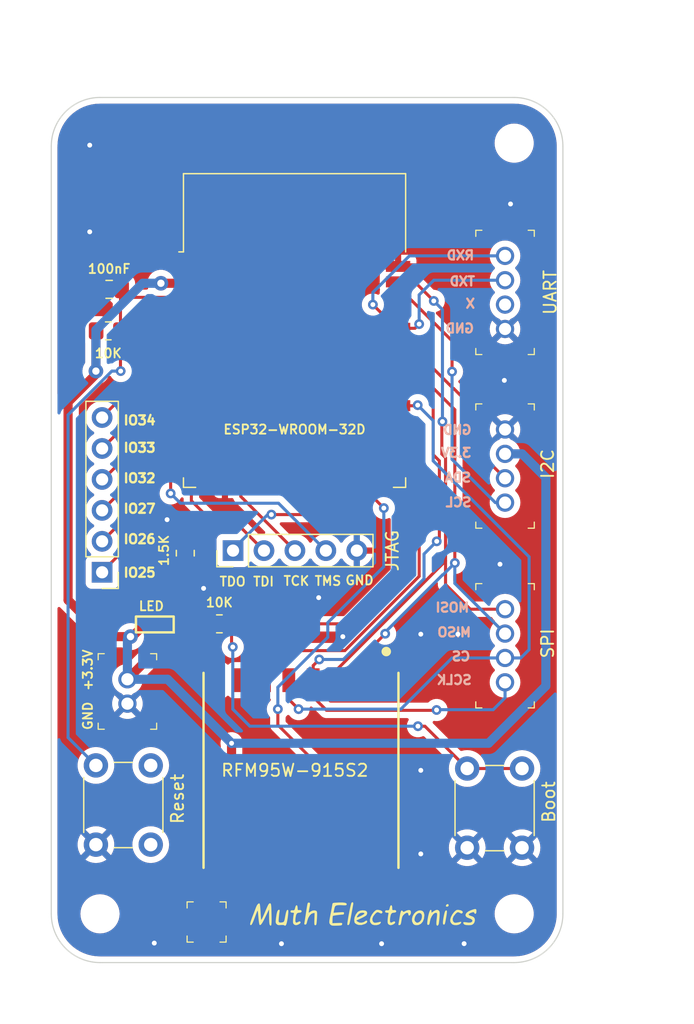
<source format=kicad_pcb>
(kicad_pcb (version 20211014) (generator pcbnew)
  (layers (0 "F.Cu" signal) (31 "B.Cu" signal) (34 "B.Paste" user) (35 "F.Paste" user) (36 "B.SilkS" user "B.Silkscreen") (37 "F.SilkS" user "F.Silkscreen") (38 "B.Mask" user) (39 "F.Mask" user) (44 "Edge.Cuts" user))
  (net 0 "")
  (net 1 "Net-(C1-Pad1)")
  (net 2 "GND")
  (net 3 "Net-(D1-Pad1)")
  (net 4 "+3V3")
  (net 5 "Net-(J1-Pad1)")
  (net 6 "Net-(J1-Pad2)")
  (net 7 "Net-(J1-Pad3)")
  (net 8 "Net-(J1-Pad4)")
  (net 9 "Net-(J1-Pad5)")
  (net 10 "Net-(J1-Pad6)")
  (net 11 "TDO")
  (net 12 "TDI")
  (net 13 "TCK")
  (net 14 "TMS")
  (net 15 "SDA")
  (net 16 "SCL")
  (net 17 "MOSI")
  (net 18 "MISO")
  (net 19 "CS")
  (net 20 "SCLK")
  (net 21 "RXD")
  (net 22 "TXD")
  (net 23 "Net-(R3-Pad2)")
  (net 24 "RESET")
  (net 26 "Net-(J6-Pad2)")
  (net 29 "DIO0")
  (footprint "digikey-footprints:PinHeader_1x4_P2mm_Drill1mm" (layer "F.Cu") (at 139.25 105 90)
    (fp_text reference "J7" hide)
    (fp_text value "UART" (at 3 3.7 90) (layer "F.SilkS"))
    (pad "1" thru_hole circle locked (at 0 0 90) (size 1.5 1.5) (drill 1) (layers *.Cu *.Mask) (net 2 "GND"))
    (pad "2" thru_hole circle locked (at 2 0 90) (size 1.5 1.5) (drill 1) (layers *.Cu *.Mask))
    (pad "3" thru_hole circle locked (at 4 0 90) (size 1.5 1.5) (drill 1) (layers *.Cu *.Mask) (net 22 "TXD"))
    (pad "4" thru_hole circle locked (at 6 0 90) (size 1.5 1.5) (drill 1) (layers *.Cu *.Mask) (net 21 "RXD"))
  )
  (footprint "Resistor_SMD:R_0805_2012Metric_Pad1.20x1.40mm_HandSolder" (layer "F.Cu") (at 113 123.4 90)
    (fp_text reference "R2" hide)
    (fp_text value "1.5K" (at 0.227064 -1.75 90) (layer "F.SilkS") (effects (font (size 0.75 0.75))))
    (pad "1" smd roundrect (at -1 0 90) (size 1.2 1.4) (layers "F.Cu" "F.Paste" "F.Mask") (roundrect_rratio 0.2083333333) (net 3 "Net-(D1-Pad1)"))
    (pad "2" smd roundrect (at 1 0 90) (size 1.2 1.4) (layers "F.Cu" "F.Paste" "F.Mask") (roundrect_rratio 0.2083333333) (net 2 "GND"))
  )
  (footprint "MountingHole:MountingHole_2.2mm_M2" (layer "F.Cu") (at 140 153)
    (fp_text reference "H3" hide)
    (fp_text value "MountingHole" hide)
    (pad "" np_thru_hole circle (at 0 0) (size 2.2 2.2) (drill 2.2) (layers *.Cu *.Mask))
  )
  (footprint "BMuth:LED XZCM2CRK53WA" (layer "F.Cu") (at 110.5 129.25 180)
    (fp_text reference "D1" hide)
    (fp_text value "LED " (at 0 1.5 unlocked) (layer "F.SilkS") (effects (font (size 0.75 0.75))))
    (pad "1" smd rect (at -0.8 0 180) (size 0.8 0.8) (layers "F.Cu" "F.Paste" "F.Mask") (net 3 "Net-(D1-Pad1)"))
    (pad "2" smd rect (at 0.85 0 180) (size 0.8 0.8) (layers "F.Cu" "F.Paste" "F.Mask") (net 4 "+3V3"))
  )
  (footprint "BMuth:SW_PUSH_6.5mm_4.5mm" (layer "F.Cu") (at 105.664 147.32 90)
    (fp_text reference "SW1" hide)
    (fp_text value "Reset" (at 3.75 6.7 90) (layer "F.SilkS"))
    (pad "1" thru_hole circle (at 0 0 180) (size 2 2) (drill 1.1) (layers *.Cu *.Mask) (net 2 "GND"))
    (pad "2" thru_hole circle (at 0 4.5 180) (size 2 2) (drill 1.1) (layers *.Cu *.Mask))
    (pad "3" thru_hole circle (at 6.5 4.5 180) (size 2 2) (drill 1.1) (layers *.Cu *.Mask))
    (pad "4" thru_hole circle (at 6.5 0 180) (size 2 2) (drill 1.1) (layers *.Cu *.Mask) (net 1 "Net-(C1-Pad1)"))
  )
  (footprint "digikey-footprints:PinHeader_1x4_P2mm_Drill1mm" (layer "F.Cu") (at 139.25 119.25 90)
    (fp_text reference "J4" hide)
    (fp_text value "I2C" (at 3.172 3.498 90) (layer "F.SilkS"))
    (pad "1" thru_hole circle locked (at 0 0 90) (size 1.5 1.5) (drill 1) (layers *.Cu *.Mask) (net 16 "SCL"))
    (pad "2" thru_hole circle locked (at 2 0 90) (size 1.5 1.5) (drill 1) (layers *.Cu *.Mask) (net 15 "SDA"))
    (pad "3" thru_hole circle locked (at 4 0 90) (size 1.5 1.5) (drill 1) (layers *.Cu *.Mask) (net 4 "+3V3"))
    (pad "4" thru_hole circle locked (at 6 0 90) (size 1.5 1.5) (drill 1) (layers *.Cu *.Mask) (net 2 "GND"))
  )
  (footprint "RF_Module:ESP32-WROOM-32" (layer "F.Cu") (at 121.9708 108.12)
    (fp_text reference "U2" hide)
    (fp_text value "ESP32-WROOM-32D" (at 0 5.13) (layer "F.SilkS") (effects (font (size 0.75 0.75))))
    (pad "1" smd rect (at -8.5 -8.255) (size 2 0.9) (layers "F.Cu" "F.Paste" "F.Mask") (net 2 "GND"))
    (pad "2" smd rect (at -8.5 -6.985) (size 2 0.9) (layers "F.Cu" "F.Paste" "F.Mask") (net 4 "+3V3"))
    (pad "3" smd rect (at -8.5 -5.715) (size 2 0.9) (layers "F.Cu" "F.Paste" "F.Mask") (net 1 "Net-(C1-Pad1)"))
    (pad "4" smd rect (at -8.5 -4.445) (size 2 0.9) (layers "F.Cu" "F.Paste" "F.Mask"))
    (pad "5" smd rect (at -8.5 -3.175) (size 2 0.9) (layers "F.Cu" "F.Paste" "F.Mask"))
    (pad "6" smd rect (at -8.5 -1.905) (size 2 0.9) (layers "F.Cu" "F.Paste" "F.Mask"))
    (pad "7" smd rect (at -8.5 -0.635) (size 2 0.9) (layers "F.Cu" "F.Paste" "F.Mask") (net 10 "Net-(J1-Pad6)"))
    (pad "8" smd rect (at -8.5 0.635) (size 2 0.9) (layers "F.Cu" "F.Paste" "F.Mask") (net 9 "Net-(J1-Pad5)"))
    (pad "9" smd rect (at -8.5 1.905) (size 2 0.9) (layers "F.Cu" "F.Paste" "F.Mask") (net 8 "Net-(J1-Pad4)"))
    (pad "10" smd rect (at -8.5 3.175) (size 2 0.9) (layers "F.Cu" "F.Paste" "F.Mask") (net 7 "Net-(J1-Pad3)"))
    (pad "11" smd rect (at -8.5 4.445) (size 2 0.9) (layers "F.Cu" "F.Paste" "F.Mask") (net 6 "Net-(J1-Pad2)"))
    (pad "12" smd rect (at -8.5 5.715) (size 2 0.9) (layers "F.Cu" "F.Paste" "F.Mask") (net 5 "Net-(J1-Pad1)"))
    (pad "13" smd rect (at -8.5 6.985) (size 2 0.9) (layers "F.Cu" "F.Paste" "F.Mask") (net 14 "TMS"))
    (pad "14" smd rect (at -8.5 8.255) (size 2 0.9) (layers "F.Cu" "F.Paste" "F.Mask") (net 12 "TDI"))
    (pad "15" smd rect (at -5.715 9.255 90) (size 2 0.9) (layers "F.Cu" "F.Paste" "F.Mask") (net 2 "GND"))
    (pad "16" smd rect (at -4.445 9.255 90) (size 2 0.9) (layers "F.Cu" "F.Paste" "F.Mask") (net 13 "TCK"))
    (pad "17" smd rect (at -3.175 9.255 90) (size 2 0.9) (layers "F.Cu" "F.Paste" "F.Mask"))
    (pad "18" smd rect (at -1.905 9.255 90) (size 2 0.9) (layers "F.Cu" "F.Paste" "F.Mask"))
    (pad "19" smd rect (at -0.635 9.255 90) (size 2 0.9) (layers "F.Cu" "F.Paste" "F.Mask"))
    (pad "20" smd rect (at 0.635 9.255 90) (size 2 0.9) (layers "F.Cu" "F.Paste" "F.Mask"))
    (pad "21" smd rect (at 1.905 9.255 90) (size 2 0.9) (layers "F.Cu" "F.Paste" "F.Mask"))
    (pad "22" smd rect (at 3.175 9.255 90) (size 2 0.9) (layers "F.Cu" "F.Paste" "F.Mask"))
    (pad "23" smd rect (at 4.445 9.255 90) (size 2 0.9) (layers "F.Cu" "F.Paste" "F.Mask") (net 11 "TDO"))
    (pad "24" smd rect (at 5.715 9.255 90) (size 2 0.9) (layers "F.Cu" "F.Paste" "F.Mask") (net 29 "DIO0"))
    (pad "25" smd rect (at 8.5 8.255) (size 2 0.9) (layers "F.Cu" "F.Paste" "F.Mask") (net 23 "Net-(R3-Pad2)"))
    (pad "26" smd rect (at 8.5 6.985) (size 2 0.9) (layers "F.Cu" "F.Paste" "F.Mask"))
    (pad "27" smd rect (at 8.5 5.715) (size 2 0.9) (layers "F.Cu" "F.Paste" "F.Mask") (net 24 "RESET"))
    (pad "28" smd rect (at 8.5 4.445) (size 2 0.9) (layers "F.Cu" "F.Paste" "F.Mask"))
    (pad "29" smd rect (at 8.5 3.175) (size 2 0.9) (layers "F.Cu" "F.Paste" "F.Mask") (net 19 "CS"))
    (pad "30" smd rect (at 8.5 1.905) (size 2 0.9) (layers "F.Cu" "F.Paste" "F.Mask") (net 20 "SCLK"))
    (pad "31" smd rect (at 8.5 0.635) (size 2 0.9) (layers "F.Cu" "F.Paste" "F.Mask") (net 18 "MISO"))
    (pad "32" smd rect (at 8.5 -0.635) (size 2 0.9) (layers "F.Cu" "F.Paste" "F.Mask"))
    (pad "33" smd rect (at 8.5 -1.905) (size 2 0.9) (layers "F.Cu" "F.Paste" "F.Mask") (net 15 "SDA"))
    (pad "34" smd rect (at 8.5 -3.175) (size 2 0.9) (layers "F.Cu" "F.Paste" "F.Mask") (net 22 "TXD"))
    (pad "35" smd rect (at 8.5 -4.445) (size 2 0.9) (layers "F.Cu" "F.Paste" "F.Mask") (net 21 "RXD"))
    (pad "36" smd rect (at 8.5 -5.715) (size 2 0.9) (layers "F.Cu" "F.Paste" "F.Mask") (net 16 "SCL"))
    (pad "37" smd rect (at 8.5 -6.985) (size 2 0.9) (layers "F.Cu" "F.Paste" "F.Mask") (net 17 "MOSI"))
    (pad "38" smd rect (at 8.5 -8.255) (size 2 0.9) (layers "F.Cu" "F.Paste" "F.Mask") (net 2 "GND"))
    (pad "39" smd rect (at -1 -0.755) (size 5 5) (layers "F.Cu" "F.Paste" "F.Mask") (net 2 "GND"))
  )
  (footprint "Capacitor_SMD:C_0805_2012Metric_Pad1.18x1.45mm_HandSolder" (layer "F.Cu") (at 106.75 101.75 180)
    (fp_text reference "C1" hide)
    (fp_text value "100nF" (at 0 1.68) (layer "F.SilkS") (effects (font (size 0.75 0.75))))
    (pad "1" smd roundrect (at -1.0375 0 180) (size 1.175 1.45) (layers "F.Cu" "F.Paste" "F.Mask") (roundrect_rratio 0.2127659574) (net 1 "Net-(C1-Pad1)"))
    (pad "2" smd roundrect (at 1.0375 0 180) (size 1.175 1.45) (layers "F.Cu" "F.Paste" "F.Mask") (roundrect_rratio 0.2127659574) (net 2 "GND"))
  )
  (footprint "Resistor_SMD:R_0805_2012Metric_Pad1.20x1.40mm_HandSolder" (layer "F.Cu") (at 106.68 105.156 180)
    (fp_text reference "R1" hide)
    (fp_text value "10K" (at 0 -1.844) (layer "F.SilkS") (effects (font (size 0.75 0.75))))
    (pad "1" smd roundrect (at -1 0 180) (size 1.2 1.4) (layers "F.Cu" "F.Paste" "F.Mask") (roundrect_rratio 0.2083333333) (net 1 "Net-(C1-Pad1)"))
    (pad "2" smd roundrect (at 1 0 180) (size 1.2 1.4) (layers "F.Cu" "F.Paste" "F.Mask") (roundrect_rratio 0.2083333333) (net 4 "+3V3"))
  )
  (footprint "BMuth:SW_PUSH_6.5mm_4.5mm" (layer "F.Cu") (at 136.144 147.574 90)
    (fp_text reference "SW2" hide)
    (fp_text value "Boot" (at 3.75 6.7 90) (layer "F.SilkS"))
    (pad "1" thru_hole circle (at 0 0 180) (size 2 2) (drill 1.1) (layers *.Cu *.Mask) (net 2 "GND"))
    (pad "2" thru_hole circle (at 0 4.5 180) (size 2 2) (drill 1.1) (layers *.Cu *.Mask) (net 2 "GND"))
    (pad "3" thru_hole circle (at 6.5 4.5 180) (size 2 2) (drill 1.1) (layers *.Cu *.Mask) (net 23 "Net-(R3-Pad2)"))
    (pad "4" thru_hole circle (at 6.5 0 180) (size 2 2) (drill 1.1) (layers *.Cu *.Mask) (net 23 "Net-(R3-Pad2)"))
  )
  (footprint "digikey-footprints:PinHeader_1x2_P2mm_Drill1mm" (layer "F.Cu") (at 108.25 133.75 -90)
    (fp_text reference "J3" hide)
    (fp_text value "+3.3V" (at -0.75 3.25 90) (layer "F.SilkS") (effects (font (size 0.75 0.75))))
    (pad "1" thru_hole circle locked (at 0 0 270) (size 1.5 1.5) (drill 1) (layers *.Cu *.Mask) (net 4 "+3V3"))
    (pad "2" thru_hole circle locked (at 2 0 270) (size 1.5 1.5) (drill 1) (layers *.Cu *.Mask) (net 2 "GND"))
  )
  (footprint "Connector_PinHeader_2.54mm:PinHeader_1x05_P2.54mm_Vertical" (layer "F.Cu") (at 116.92 123.19 90)
    (fp_text reference "J2" hide)
    (fp_text value "JTAG" (at 0 13.08 90) (layer "F.SilkS"))
    (pad "1" thru_hole rect (at 0 0 90) (size 1.7 1.7) (drill 1) (layers *.Cu *.Mask) (net 11 "TDO"))
    (pad "2" thru_hole oval (at 0 2.54 90) (size 1.7 1.7) (drill 1) (layers *.Cu *.Mask) (net 12 "TDI"))
    (pad "3" thru_hole oval (at 0 5.08 90) (size 1.7 1.7) (drill 1) (layers *.Cu *.Mask) (net 13 "TCK"))
    (pad "4" thru_hole oval (at 0 7.62 90) (size 1.7 1.7) (drill 1) (layers *.Cu *.Mask) (net 14 "TMS"))
    (pad "5" thru_hole oval (at 0 10.16 90) (size 1.7 1.7) (drill 1) (layers *.Cu *.Mask) (net 2 "GND"))
  )
  (footprint "digikey-footprints:PinHeader_1x4_P2mm_Drill1mm" (layer "F.Cu") (at 139.25 134 90)
    (fp_text reference "J5" hide)
    (fp_text value "SPI" (at 3.19 3.498 270) (layer "F.SilkS"))
    (pad "1" thru_hole circle locked (at 0 0 90) (size 1.5 1.5) (drill 1) (layers *.Cu *.Mask) (net 20 "SCLK"))
    (pad "2" thru_hole circle locked (at 2 0 90) (size 1.5 1.5) (drill 1) (layers *.Cu *.Mask) (net 19 "CS"))
    (pad "3" thru_hole circle locked (at 4 0 90) (size 1.5 1.5) (drill 1) (layers *.Cu *.Mask) (net 18 "MISO"))
    (pad "4" thru_hole circle locked (at 6 0 90) (size 1.5 1.5) (drill 1) (layers *.Cu *.Mask) (net 17 "MOSI"))
  )
  (footprint "digikey:Coax_Conn_U.FL" (layer "F.Cu") (at 114.75 153.67 180)
    (fp_text reference "J6" hide)
    (fp_text value "1909763-1")
    (pad "1" smd rect locked (at 1.475 0 180) (size 1.05 2.2) (layers "F.Cu" "F.Paste" "F.Mask") (net 2 "GND"))
    (pad "1" smd rect locked (at -1.475 0 180) (size 1.05 2.2) (layers "F.Cu" "F.Paste" "F.Mask") (net 2 "GND"))
    (pad "2" smd rect locked (at 0 1.5 180) (size 1 1.05) (layers "F.Cu" "F.Paste" "F.Mask") (net 26 "Net-(J6-Pad2)"))
  )
  (footprint "Resistor_SMD:R_0805_2012Metric_Pad1.20x1.40mm_HandSolder" (layer "F.Cu") (at 115.8 129.2)
    (fp_text reference "R3" hide)
    (fp_text value "10K" (at 0 -1.75) (layer "F.SilkS") (effects (font (size 0.75 0.75))))
    (pad "1" smd roundrect (at -1 0) (size 1.2 1.4) (layers "F.Cu" "F.Paste" "F.Mask") (roundrect_rratio 0.2083333333) (net 4 "+3V3"))
    (pad "2" smd roundrect (at 1 0) (size 1.2 1.4) (layers "F.Cu" "F.Paste" "F.Mask") (roundrect_rratio 0.2083333333) (net 23 "Net-(R3-Pad2)"))
  )
  (footprint "BMuth:Muth Electronics 20x4" (layer "F.Cu") (at 127.5 153.25)
    (fp_text reference "G***" hide)
    (fp_text value "LOGO" hide)
  )
  (footprint "MountingHole:MountingHole_2.2mm_M2" (layer "F.Cu") (at 140 89.75)
    (fp_text reference "H2" hide)
    (fp_text value "MountingHole" hide)
    (pad "" np_thru_hole circle (at 0 0) (size 2.2 2.2) (drill 2.2) (layers *.Cu *.Mask))
  )
  (footprint "MountingHole:MountingHole_2.2mm_M2" (layer "F.Cu") (at 106 153)
    (fp_text reference "H4" hide)
    (fp_text value "MountingHole" hide)
    (pad "" np_thru_hole circle (at 0 0) (size 2.2 2.2) (drill 2.2) (layers *.Cu *.Mask))
  )
  (footprint "BMuthSnapEDA:XCVR_RFM95W-868S2" (layer "F.Cu") (at 122.5 141.224 -90)
    (fp_text reference "U1" hide)
    (fp_text value "RFM95W-915S2" (at 0 0.508 180) (layer "F.SilkS") (effects (font (size 1.001811 1.001811))))
    (pad "1" smd rect locked (at -7.4 -7 270) (size 1.95 1.05) (layers "F.Cu" "F.Paste" "F.Mask") (net 2 "GND"))
    (pad "2" smd rect locked (at -7.4 -5 270) (size 1.95 1.05) (layers "F.Cu" "F.Paste" "F.Mask") (net 18 "MISO"))
    (pad "3" smd rect locked (at -7.4 -3 270) (size 1.95 1.05) (layers "F.Cu" "F.Paste" "F.Mask") (net 17 "MOSI"))
    (pad "4" smd rect locked (at -7.4 -1 270) (size 1.95 1.05) (layers "F.Cu" "F.Paste" "F.Mask") (net 20 "SCLK"))
    (pad "5" smd rect locked (at -7.4 1 270) (size 1.95 1.05) (layers "F.Cu" "F.Paste" "F.Mask") (net 19 "CS"))
    (pad "6" smd rect locked (at -7.4 3 270) (size 1.95 1.05) (layers "F.Cu" "F.Paste" "F.Mask") (net 24 "RESET"))
    (pad "7" smd rect locked (at -7.4 5 270) (size 1.95 1.05) (layers "F.Cu" "F.Paste" "F.Mask"))
    (pad "8" smd rect locked (at -7.4 7 270) (size 1.95 1.05) (layers "F.Cu" "F.Paste" "F.Mask") (net 2 "GND"))
    (pad "9" smd rect locked (at 7.4 7 90) (size 1.95 1.05) (layers "F.Cu" "F.Paste" "F.Mask") (net 26 "Net-(J6-Pad2)"))
    (pad "10" smd rect locked (at 7.4 5 90) (size 1.95 1.05) (layers "F.Cu" "F.Paste" "F.Mask") (net 2 "GND"))
    (pad "11" smd rect locked (at 7.4 3 90) (size 1.95 1.05) (layers "F.Cu" "F.Paste" "F.Mask"))
    (pad "12" smd rect locked (at 7.4 1 90) (size 1.95 1.05) (layers "F.Cu" "F.Paste" "F.Mask"))
    (pad "13" smd rect locked (at 7.4 -1 90) (size 1.95 1.05) (layers "F.Cu" "F.Paste" "F.Mask") (net 4 "+3V3"))
    (pad "14" smd rect locked (at 7.4 -3 90) (size 1.95 1.05) (layers "F.Cu" "F.Paste" "F.Mask") (net 29 "DIO0"))
    (pad "15" smd rect locked (at 7.4 -5 90) (size 1.95 1.05) (layers "F.Cu" "F.Paste" "F.Mask"))
    (pad "16" smd rect locked (at 7.4 -7 90) (size 1.95 1.05) (layers "F.Cu" "F.Paste" "F.Mask"))
  )
  (footprint "Connector_PinHeader_2.54mm:PinHeader_1x06_P2.54mm_Vertical" (layer "F.Cu") (at 106.172 124.968 180)
    (fp_text reference "J1" hide)
    (fp_text value "Conn_01x06" hide)
    (pad "1" thru_hole rect (at 0 0 180) (size 1.7 1.7) (drill 1) (layers *.Cu *.Mask) (net 5 "Net-(J1-Pad1)"))
    (pad "2" thru_hole oval (at 0 2.54 180) (size 1.7 1.7) (drill 1) (layers *.Cu *.Mask) (net 6 "Net-(J1-Pad2)"))
    (pad "3" thru_hole oval (at 0 5.08 180) (size 1.7 1.7) (drill 1) (layers *.Cu *.Mask) (net 7 "Net-(J1-Pad3)"))
    (pad "4" thru_hole oval (at 0 7.62 180) (size 1.7 1.7) (drill 1) (layers *.Cu *.Mask) (net 8 "Net-(J1-Pad4)"))
    (pad "5" thru_hole oval (at 0 10.16 180) (size 1.7 1.7) (drill 1) (layers *.Cu *.Mask) (net 9 "Net-(J1-Pad5)"))
    (pad "6" thru_hole oval (at 0 12.7 180) (size 1.7 1.7) (drill 1) (layers *.Cu *.Mask) (net 10 "Net-(J1-Pad6)"))
  )
  (gr_line (start 144 90) (end 144 153) (layer "Edge.Cuts") (width 0.1))
  (gr_line (start 140 157) (end 106 157) (layer "Edge.Cuts") (width 0.1))
  (gr_arc (start 102 90) (mid 103.171573 87.171573) (end 106 86) (layer "Edge.Cuts") (width 0.1))
  (gr_line (start 106 86) (end 140 86) (layer "Edge.Cuts") (width 0.1))
  (gr_arc (start 140 86) (mid 142.828427 87.171573) (end 144 90) (layer "Edge.Cuts") (width 0.1))
  (gr_line (start 102 153) (end 102 90) (layer "Edge.Cuts") (width 0.1))
  (gr_arc (start 144 153) (mid 142.828427 155.828427) (end 140 157) (layer "Edge.Cuts") (width 0.1))
  (gr_arc (start 106 157) (mid 103.171573 155.828427) (end 102 153) (layer "Edge.Cuts") (width 0.1))
  (gr_text "X" (at 136.398 102.9208) (layer "B.SilkS") (effects (font (size 0.75 0.75) (thickness 0.1875)) (justify mirror)))
  (gr_text "GND" (at 135.3312 113.284) (layer "B.SilkS") (effects (font (size 0.75 0.75) (thickness 0.1875)) (justify mirror)))
  (gr_text "MOSI\n" (at 134.9248 127.8636) (layer "B.SilkS") (effects (font (size 0.75 0.75) (thickness 0.1875)) (justify mirror)))
  (gr_text "MISO\n" (at 135.0772 129.8956) (layer "B.SilkS") (effects (font (size 0.75 0.75) (thickness 0.1875)) (justify mirror)))
  (gr_text "RXD" (at 135.5852 98.9584) (layer "B.SilkS") (effects (font (size 0.75 0.75) (thickness 0.1875)) (justify mirror)))
  (gr_text "CS" (at 135.636 131.8768) (layer "B.SilkS") (effects (font (size 0.75 0.75) (thickness 0.1875)) (justify mirror)))
  (gr_text "SCLK\n" (at 135.0772 133.8072) (layer "B.SilkS") (effects (font (size 0.75 0.75) (thickness 0.1875)) (justify mirror)))
  (gr_text "3.3V\n" (at 135.2296 115.1636) (layer "B.SilkS") (effects (font (size 0.75 0.75) (thickness 0.1875)) (justify mirror)))
  (gr_text "TXD" (at 135.7376 101.092) (layer "B.SilkS") (effects (font (size 0.75 0.75) (thickness 0.1875)) (justify mirror)))
  (gr_text "SCL\n" (at 135.4328 119.2276) (layer "B.SilkS") (effects (font (size 0.75 0.75) (thickness 0.1875)) (justify mirror)))
  (gr_text "SDA\n" (at 135.382 117.1956) (layer "B.SilkS") (effects (font (size 0.75 0.75) (thickness 0.1875)) (justify mirror)))
  (gr_text "GND" (at 135.5344 104.9528) (layer "B.SilkS") (effects (font (size 0.75 0.75) (thickness 0.1875)) (justify mirror)))
  (gr_text "TCK" (at 122.1232 125.6792) (layer "F.SilkS") (effects (font (size 0.75 0.75))))
  (gr_text "GND" (at 105 136.75 90) (layer "F.SilkS") (effects (font (size 0.75 0.75))))
  (gr_text "TDI" (at 119.4308 125.73) (layer "F.SilkS") (effects (font (size 0.75 0.75))))
  (gr_text "TMS" (at 124.714 125.6792) (layer "F.SilkS") (effects (font (size 0.75 0.75))))
  (gr_text "IO26\n" (at 109.25 122.25) (layer "F.SilkS") (effects (font (size 0.75 0.75) (thickness 0.1875))))
  (gr_text "TDO" (at 116.8908 125.73) (layer "F.SilkS") (effects (font (size 0.75 0.75))))
  (gr_text "GND" (at 127.3048 125.6284) (layer "F.SilkS") (effects (font (size 0.75 0.75))))
  (gr_text "IO34" (at 109.25 112.5) (layer "F.SilkS") (effects (font (size 0.75 0.75) (thickness 0.1875))))
  (gr_text "IO32\n" (at 109.25 117.25) (layer "F.SilkS") (effects (font (size 0.75 0.75) (thickness 0.1875))))
  (gr_text "IO27\n" (at 109.25 119.75) (layer "F.SilkS") (effects (font (size 0.75 0.75) (thickness 0.1875))))
  (gr_text "IO25\n" (at 109.25 125) (layer "F.SilkS") (effects (font (size 0.75 0.75) (thickness 0.1875))))
  (gr_text "IO33\n" (at 109.25 114.75) (layer "F.SilkS") (effects (font (size 0.75 0.75) (thickness 0.1875))))
  (segment (start 107.68 105.156) (end 107.68 101.8575) (width 0.25) (layer "F.Cu") (net 1))
  (segment (start 107.68 108.442) (end 107.696 108.458) (width 0.25) (layer "F.Cu") (net 1))
  (segment (start 107.85 101.75) (end 108.505 102.405) (width 0.25) (layer "F.Cu") (net 1))
  (segment (start 107.68 101.8575) (end 107.7875 101.75) (width 0.25) (layer "F.Cu") (net 1))
  (segment (start 107.68 105.156) (end 107.68 108.442) (width 0.25) (layer "F.Cu") (net 1))
  (segment (start 107.7875 101.75) (end 107.85 101.75) (width 0.25) (layer "F.Cu") (net 1))
  (segment (start 108.505 102.405) (end 113.5 102.405) (width 0.25) (layer "F.Cu") (net 1))
  (segment (start 107.7875 101.75) (end 107.7875 101.7875) (width 0.25) (layer "F.Cu") (net 1))
  (via (at 107.696 108.458) (size 0.8) (drill 0.4) (layers "F.Cu" "B.Cu") (net 1))
  (segment (start 103.378 112.051457) (end 103.378 138.534) (width 0.25) (layer "B.Cu") (net 1))
  (segment (start 107.696 108.458) (end 106.971457 108.458) (width 0.25) (layer "B.Cu") (net 1))
  (segment (start 106.971457 108.458) (end 103.378 112.051457) (width 0.25) (layer "B.Cu") (net 1))
  (segment (start 103.378 138.534) (end 105.664 140.82) (width 0.25) (layer "B.Cu") (net 1))
  (via (at 135.382 130.048) (size 0.8) (drill 0.4) (layers "F.Cu" "B.Cu") (net 2))
  (via (at 129.115495 155.45174) (size 0.8) (drill 0.4) (layers "F.Cu" "B.Cu") (net 2))
  (via (at 110.455105 155.401307) (size 0.8) (drill 0.4) (layers "F.Cu" "B.Cu") (net 2))
  (via (at 132.334 141.224) (size 0.8) (drill 0.4) (layers "F.Cu" "B.Cu") (net 2))
  (via (at 111.506 120.65) (size 0.8) (drill 0.4) (layers "F.Cu" "B.Cu") (net 2))
  (via (at 132.334 148.082) (size 0.8) (drill 0.4) (layers "F.Cu" "B.Cu") (net 2))
  (via (at 135.89 155.448) (size 0.8) (drill 0.4) (layers "F.Cu" "B.Cu") (net 2))
  (via (at 123.952 127.0508) (size 0.8) (drill 0.4) (layers "F.Cu" "B.Cu") (net 2))
  (via (at 139.192 109.22) (size 0.8) (drill 0.4) (layers "F.Cu" "B.Cu") (net 2))
  (via (at 132.334 130.048) (size 0.8) (drill 0.4) (layers "F.Cu" "B.Cu") (net 2))
  (via (at 114.5032 126.2888) (size 0.8) (drill 0.4) (layers "F.Cu" "B.Cu") (net 2))
  (via (at 120.894837 155.45174) (size 0.8) (drill 0.4) (layers "F.Cu" "B.Cu") (net 2))
  (via (at 105.156 97.028) (size 0.8) (drill 0.4) (layers "F.Cu" "B.Cu") (net 2))
  (via (at 138.8364 124.3076) (size 0.8) (drill 0.4) (layers "F.Cu" "B.Cu") (net 2))
  (via (at 139.7 94.742) (size 0.8) (drill 0.4) (layers "F.Cu" "B.Cu") (net 2))
  (via (at 125.9332 130.2512) (size 0.8) (drill 0.4) (layers "F.Cu" "B.Cu") (net 2))
  (via (at 105.156 89.916) (size 0.8) (drill 0.4) (layers "F.Cu" "B.Cu") (net 2))
  (segment (start 111.3 129.25) (end 111.3 126.1) (width 0.25) (layer "F.Cu") (net 3))
  (segment (start 111.3 126.1) (end 113 124.4) (width 0.25) (layer "F.Cu") (net 3))
  (segment (start 116.8 141.274978) (end 116.8 139) (width 0.75) (layer "F.Cu") (net 4))
  (segment (start 123.5 147.974978) (end 116.8 141.274978) (width 0.75) (layer "F.Cu") (net 4))
  (segment (start 103.378 127.254) (end 103.378 110.998) (width 0.75) (layer "F.Cu") (net 4))
  (segment (start 113 131.1) (end 114.8 129.3) (width 0.75) (layer "F.Cu") (net 4))
  (segment (start 105.664 108.458) (end 105.664 105.172) (width 0.75) (layer "F.Cu") (net 4))
  (segment (start 123.5 148.624) (end 123.5 147.974978) (width 0.75) (layer "F.Cu") (net 4))
  (segment (start 105.664 105.172) (end 105.68 105.156) (width 0.75) (layer "F.Cu") (net 4))
  (segment (start 106.374 130.25) (end 103.378 127.254) (width 0.75) (layer "F.Cu") (net 4))
  (segment (start 108.25 133.75) (end 110.9 131.1) (width 0.75) (layer "F.Cu") (net 4))
  (segment (start 103.378 110.998) (end 105.664 108.712) (width 0.75) (layer "F.Cu") (net 4))
  (segment (start 110.9 131.1) (end 113 131.1) (width 0.75) (layer "F.Cu") (net 4))
  (segment (start 113.385 101.25) (end 113.5 101.135) (width 0.75) (layer "F.Cu") (net 4))
  (segment (start 105.664 108.712) (end 105.664 108.458) (width 0.75) (layer "F.Cu") (net 4))
  (segment (start 111 101.25) (end 113.385 101.25) (width 0.75) (layer "F.Cu") (net 4))
  (segment (start 108.65 130.25) (end 109.65 129.25) (width 0.75) (layer "F.Cu") (net 4))
  (segment (start 108.5 130.25) (end 108.65 130.25) (width 0.75) (layer "F.Cu") (net 4))
  (segment (start 114.8 129.3) (end 114.8 129.2) (width 0.75) (layer "F.Cu") (net 4))
  (segment (start 108.5 130.25) (end 106.374 130.25) (width 0.75) (layer "F.Cu") (net 4))
  (via (at 105.664 108.458) (size 1.2) (drill 0.6) (layers "F.Cu" "B.Cu") (net 4))
  (via (at 111 101.25) (size 1.2) (drill 0.6) (layers "F.Cu" "B.Cu") (net 4))
  (via (at 116.8 139) (size 0.8) (drill 0.4) (layers "F.Cu" "B.Cu") (net 4))
  (via (at 108.5 130.25) (size 1.2) (drill 0.6) (layers "F.Cu" "B.Cu") (net 4))
  (segment (start 142.6 134.3) (end 142.6 117.2) (width 0.75) (layer "B.Cu") (net 4))
  (segment (start 108.25 130.5) (end 108.5 130.25) (width 0.75) (layer "B.Cu") (net 4))
  (segment (start 116.8 139) (end 137.9 139) (width 0.75) (layer "B.Cu") (net 4))
  (segment (start 105.664 108.458) (end 105.664 105.086) (width 0.75) (layer "B.Cu") (net 4))
  (segment (start 137.9 139) (end 142.6 134.3) (width 0.75) (layer "B.Cu") (net 4))
  (segment (start 140.65 115.25) (end 139.25 115.25) (width 0.75) (layer "B.Cu") (net 4))
  (segment (start 111.55 133.75) (end 116.8 139) (width 0.75) (layer "B.Cu") (net 4))
  (segment (start 142.6 117.2) (end 140.65 115.25) (width 0.75) (layer "B.Cu") (net 4))
  (segment (start 109.5 101.25) (end 111 101.25) (width 0.75) (layer "B.Cu") (net 4))
  (segment (start 108.25 133.75) (end 108.25 130.5) (width 0.75) (layer "B.Cu") (net 4))
  (segment (start 108.25 133.75) (end 111.55 133.75) (width 0.75) (layer "B.Cu") (net 4))
  (segment (start 105.664 105.086) (end 109.5 101.25) (width 0.75) (layer "B.Cu") (net 4))
  (segment (start 106.172 124.928) (end 109.7 121.4) (width 0.25) (layer "F.Cu") (net 5))
  (segment (start 106.172 124.968) (end 106.172 124.928) (width 0.25) (layer "F.Cu") (net 5))
  (segment (start 109.7 121.4) (end 109.7 118.1) (width 0.25) (layer "F.Cu") (net 5))
  (segment (start 111 114.6) (end 111.765 113.835) (width 0.25) (layer "F.Cu") (net 5))
  (segment (start 109.7 118.1) (end 111 116.8) (width 0.25) (layer "F.Cu") (net 5))
  (segment (start 111.765 113.835) (end 113.5 113.835) (width 0.25) (layer "F.Cu") (net 5))
  (segment (start 111 116.8) (end 111 114.6) (width 0.25) (layer "F.Cu") (net 5))
  (segment (start 108.4 120.2) (end 108.4 118.5) (width 0.25) (layer "F.Cu") (net 6))
  (segment (start 110.2 114) (end 111.635 112.565) (width 0.25) (layer "F.Cu") (net 6))
  (segment (start 110.2 116.7) (end 110.2 114) (width 0.25) (layer "F.Cu") (net 6))
  (segment (start 108.4 118.5) (end 110.2 116.7) (width 0.25) (layer "F.Cu") (net 6))
  (segment (start 111.635 112.565) (end 113.5 112.565) (width 0.25) (layer "F.Cu") (net 6))
  (segment (start 106.172 122.428) (end 108.4 120.2) (width 0.25) (layer "F.Cu") (net 6))
  (segment (start 109.4 113.8) (end 111.905 111.295) (width 0.25) (layer "F.Cu") (net 7))
  (segment (start 109.4 116.66) (end 109.4 113.8) (width 0.25) (layer "F.Cu") (net 7))
  (segment (start 111.905 111.295) (end 113.5 111.295) (width 0.25) (layer "F.Cu") (net 7))
  (segment (start 106.172 119.888) (end 109.4 116.66) (width 0.25) (layer "F.Cu") (net 7))
  (segment (start 106.172 117.348) (end 106.252 117.348) (width 0.25) (layer "F.Cu") (net 8))
  (segment (start 108.6 113.6) (end 112.175 110.025) (width 0.25) (layer "F.Cu") (net 8))
  (segment (start 108.6 115) (end 108.6 113.6) (width 0.25) (layer "F.Cu") (net 8))
  (segment (start 106.252 117.348) (end 108.6 115) (width 0.25) (layer "F.Cu") (net 8))
  (segment (start 112.175 110.025) (end 113.5 110.025) (width 0.25) (layer "F.Cu") (net 8))
  (segment (start 112.225 108.755) (end 113.5 108.755) (width 0.25) (layer "F.Cu") (net 9))
  (segment (start 106.172 114.808) (end 112.225 108.755) (width 0.25) (layer "F.Cu") (net 9))
  (segment (start 110.915 107.485) (end 113.5 107.485) (width 0.25) (layer "F.Cu") (net 10))
  (segment (start 106.172 112.268) (end 106.172 112.228) (width 0.25) (layer "F.Cu") (net 10))
  (segment (start 106.172 112.228) (end 110.915 107.485) (width 0.25) (layer "F.Cu") (net 10))
  (segment (start 126.445 118.625) (end 126.445 117.375) (width 0.25) (layer "F.Cu") (net 11))
  (segment (start 124.837299 120.232701) (end 126.445 118.625) (width 0.25) (layer "F.Cu") (net 11))
  (segment (start 120.067299 120.232701) (end 124.837299 120.232701) (width 0.25) (layer "F.Cu") (net 11))
  (via (at 120.067299 120.232701) (size 0.8) (drill 0.4) (layers "F.Cu" "B.Cu") (net 11))
  (segment (start 116.92 123.12) (end 116.9 123.1) (width 0.25) (layer "B.Cu") (net 11))
  (segment (start 119.767299 120.232701) (end 120.067299 120.232701) (width 0.25) (layer "B.Cu") (net 11))
  (segment (start 116.92 123.19) (end 116.92 123.12) (width 0.25) (layer "B.Cu") (net 11))
  (segment (start 116.9 123.1) (end 119.767299 120.232701) (width 0.25) (layer "B.Cu") (net 11))
  (segment (start 113.5 119.1) (end 113.5 116.375) (width 0.25) (layer "F.Cu") (net 12))
  (segment (start 115.4 121) (end 113.5 119.1) (width 0.25) (layer "F.Cu") (net 12))
  (segment (start 119.46 123.19) (end 117.27 121) (width 0.25) (layer "F.Cu") (net 12))
  (segment (start 117.27 121) (end 115.4 121) (width 0.25) (layer "F.Cu") (net 12))
  (segment (start 122 123.19) (end 117.555 118.745) (width 0.25) (layer "F.Cu") (net 13))
  (segment (start 117.555 118.745) (end 117.555 117.375) (width 0.25) (layer "F.Cu") (net 13))
  (segment (start 111.8 118.5) (end 111.8 115.555) (width 0.25) (layer "F.Cu") (net 14))
  (segment (start 112.25 115.105) (end 113.5 115.105) (width 0.25) (layer "F.Cu") (net 14))
  (segment (start 111.8 115.555) (end 112.25 115.105) (width 0.25) (layer "F.Cu") (net 14))
  (via (at 111.8 118.5) (size 0.8) (drill 0.4) (layers "F.Cu" "B.Cu") (net 14))
  (segment (start 112.6 119.3) (end 111.8 118.5) (width 0.25) (layer "B.Cu") (net 14))
  (segment (start 124.54 123.19) (end 120.65 119.3) (width 0.25) (layer "B.Cu") (net 14))
  (segment (start 120.65 119.3) (end 112.6 119.3) (width 0.25) (layer "B.Cu") (net 14))
  (segment (start 135 109.885978) (end 135.031978 109.885978) (width 0.25) (layer "F.Cu") (net 15))
  (segment (start 131.314022 106.2) (end 135 109.885978) (width 0.25) (layer "F.Cu") (net 15))
  (segment (start 130.6 106.2) (end 131.314022 106.2) (width 0.25) (layer "F.Cu") (net 15))
  (segment (start 136.144 110.998) (end 136.144 114.144) (width 0.25) (layer "F.Cu") (net 15))
  (segment (start 136.144 114.144) (end 139.25 117.25) (width 0.25) (layer "F.Cu") (net 15))
  (segment (start 135.031978 109.885978) (end 136.144 110.998) (width 0.25) (layer "F.Cu") (net 15))
  (segment (start 130.5 102.405) (end 131.329022 102.405) (width 0.25) (layer "F.Cu") (net 16))
  (segment (start 131.329022 102.405) (end 134.9 105.975978) (width 0.25) (layer "F.Cu") (net 16))
  (segment (start 134.9 105.975978) (end 134.9 108.5) (width 0.25) (layer "F.Cu") (net 16))
  (via (at 134.9 108.5) (size 0.8) (drill 0.4) (layers "F.Cu" "B.Cu") (net 16))
  (segment (start 138.45 119.25) (end 139.25 119.25) (width 0.25) (layer "B.Cu") (net 16))
  (segment (start 134.9 108.5) (end 134.9 115.7) (width 0.25) (layer "B.Cu") (net 16))
  (segment (start 134.9 115.7) (end 138.45 119.25) (width 0.25) (layer "B.Cu") (net 16))
  (segment (start 134.366 124.034) (end 134.366 115.57) (width 0.25) (layer "F.Cu") (net 17))
  (segment (start 134.062 112.65) (end 134.112 112.6) (width 0.25) (layer "F.Cu") (net 17))
  (segment (start 125.5 133.824) (end 125.5 132.9) (width 0.25) (layer "F.Cu") (net 17))
  (segment (start 134.366 125.966) (end 136.4 128) (width 0.25) (layer "F.Cu") (net 17))
  (segment (start 136.4 128) (end 139.25 128) (width 0.25) (layer "F.Cu") (net 17))
  (segment (start 131.835 101.135) (end 130.5 101.135) (width 0.25) (layer "F.Cu") (net 17))
  (segment (start 125.5 132.9) (end 134.366 124.034) (width 0.25) (layer "F.Cu") (net 17))
  (segment (start 133.4 102.7) (end 131.835 101.135) (width 0.25) (layer "F.Cu") (net 17))
  (segment (start 134.366 115.57) (end 134.062 115.266) (width 0.25) (layer "F.Cu") (net 17))
  (segment (start 134.062 115.266) (end 134.062 112.65) (width 0.25) (layer "F.Cu") (net 17))
  (segment (start 134.366 124.034) (end 134.366 125.966) (width 0.25) (layer "F.Cu") (net 17))
  (via (at 134.112 112.6) (size 0.8) (drill 0.4) (layers "F.Cu" "B.Cu") (net 17))
  (via (at 133.4 102.7) (size 0.8) (drill 0.4) (layers "F.Cu" "B.Cu") (net 17))
  (segment (start 134.112 112.6) (end 134.112 103.412) (width 0.25) (layer "B.Cu") (net 17))
  (segment (start 134.112 103.412) (end 133.4 102.7) (width 0.25) (layer "B.Cu") (net 17))
  (segment (start 135.128 115.57) (end 135.128 111.628) (width 0.25) (layer "F.Cu") (net 18))
  (segment (start 135.128 111.628) (end 132.255 108.755) (width 0.25) (layer "F.Cu") (net 18))
  (segment (start 127.5 133.824) (end 127.5 131.924598) (width 0.25) (layer "F.Cu") (net 18))
  (segment (start 135.128 124.206) (end 135.128 115.57) (width 0.25) (layer "F.Cu") (net 18))
  (segment (start 132.255 108.755) (end 130.5 108.755) (width 0.25) (layer "F.Cu") (net 18))
  (segment (start 127.5 131.924598) (end 129.412299 130.012299) (width 0.25) (layer "F.Cu") (net 18))
  (via (at 135.128 124.206) (size 0.8) (drill 0.4) (layers "F.Cu" "B.Cu") (net 18))
  (via (at 129.412299 130.012299) (size 0.8) (drill 0.4) (layers "F.Cu" "B.Cu") (net 18))
  (segment (start 134.1245 125.1755) (end 134.1585 125.1755) (width 0.25) (layer "B.Cu") (net 18))
  (segment (start 135.128 125.878) (end 135.128 124.206) (width 0.25) (layer "B.Cu") (net 18))
  (segment (start 129.412299 130.012299) (end 129.412299 129.887701) (width 0.25) (layer "B.Cu") (net 18))
  (segment (start 129.412299 129.887701) (end 134.1245 125.1755) (width 0.25) (layer "B.Cu") (net 18))
  (segment (start 134.1585 125.1755) (end 135.128 124.206) (width 0.25) (layer "B.Cu") (net 18))
  (segment (start 139.25 130) (end 135.128 125.878) (width 0.25) (layer "B.Cu") (net 18))
  (segment (start 121.5 133.824) (end 121.5 135.4) (width 0.25) (layer "F.Cu") (net 19))
  (segment (start 130.556 111.3028) (end 132.0292 111.3028) (width 0.25) (layer "F.Cu") (net 19))
  (segment (start 130.5482 111.295) (end 130.556 111.3028) (width 0.25) (layer "F.Cu") (net 19))
  (segment (start 132.0292 111.3028) (end 132.08 111.252) (width 0.25) (layer "F.Cu") (net 19))
  (segment (start 121.5 135.4) (end 122.3 136.2) (width 0.25) (layer "F.Cu") (net 19))
  (segment (start 130.4708 111.295) (end 130.5482 111.295) (width 0.25) (layer "F.Cu") (net 19))
  (via (at 132.08 111.252) (size 0.8) (drill 0.4) (layers "F.Cu" "B.Cu") (net 19))
  (via (at 122.3 136.2) (size 0.8) (drill 0.4) (layers "F.Cu" "B.Cu") (net 19))
  (segment (start 132.08 111.252) (end 133.35 112.522) (width 0.25) (layer "B.Cu") (net 19))
  (segment (start 140.542 132) (end 139.25 132) (width 0.25) (layer "B.Cu") (net 19))
  (segment (start 134.9 132) (end 139.25 132) (width 0.25) (layer "B.Cu") (net 19))
  (segment (start 133.35 115.824) (end 141.224 123.698) (width 0.25) (layer "B.Cu") (net 19))
  (segment (start 122.3 136.2) (end 130.7 136.2) (width 0.25) (layer "B.Cu") (net 19))
  (segment (start 133.35 112.522) (end 133.35 115.824) (width 0.25) (layer "B.Cu") (net 19))
  (segment (start 130.7 136.2) (end 134.9 132) (width 0.25) (layer "B.Cu") (net 19))
  (segment (start 141.224 131.318) (end 140.542 132) (width 0.25) (layer "B.Cu") (net 19))
  (segment (start 141.224 123.698) (end 141.224 131.318) (width 0.25) (layer "B.Cu") (net 19))
  (segment (start 124.6 136.3) (end 133.6 136.3) (width 0.25) (layer "F.Cu") (net 20))
  (segment (start 133.858 122.2115) (end 133.858 115.824) (width 0.25) (layer "F.Cu") (net 20))
  (segment (start 132.631 110.025) (end 130.5 110.025) (width 0.25) (layer "F.Cu") (net 20))
  (segment (start 133.6415 122.428) (end 133.858 122.2115) (width 0.25) (layer "F.Cu") (net 20))
  (segment (start 123.5 133.824) (end 123.5 135.2) (width 0.25) (layer "F.Cu") (net 20))
  (segment (start 123.5 133.824) (end 123.5 132.6245) (width 0.25) (layer "F.Cu") (net 20))
  (segment (start 133.35 115.316) (end 133.35 110.744) (width 0.25) (layer "F.Cu") (net 20))
  (segment (start 123.5 135.2) (end 124.6 136.3) (width 0.25) (layer "F.Cu") (net 20))
  (segment (start 133.858 115.824) (end 133.35 115.316) (width 0.25) (layer "F.Cu") (net 20))
  (segment (start 123.5 132.6245) (end 124 132.1245) (width 0.25) (layer "F.Cu") (net 20))
  (segment (start 133.6 136.3) (end 133.6292 136.2708) (width 0.25) (layer "F.Cu") (net 20))
  (segment (start 133.35 110.744) (end 132.631 110.025) (width 0.25) (layer "F.Cu") (net 20))
  (via (at 133.6292 136.2708) (size 0.8) (drill 0.4) (layers "F.Cu" "B.Cu") (net 20))
  (via (at 133.6415 122.428) (size 0.8) (drill 0.4) (layers "F.Cu" "B.Cu") (net 20))
  (via (at 124 132.1245) (size 0.8) (drill 0.4) (layers "F.Cu" "B.Cu") (net 20))
  (segment (start 132.6 123.4695) (end 132.6 125.5) (width 0.25) (layer "B.Cu") (net 20))
  (segment (start 124 132.1245) (end 125.9755 132.1245) (width 0.25) (layer "B.Cu") (net 20))
  (segment (start 138.2776 136.2456) (end 139.25 135.2732) (width 0.25) (layer "B.Cu") (net 20))
  (segment (start 133.6292 136.2708) (end 133.6296 136.2708) (width 0.25) (layer "B.Cu") (net 20))
  (segment (start 133.6296 136.2708) (end 133.6548 136.2456) (width 0.25) (layer "B.Cu") (net 20))
  (segment (start 133.6548 136.2456) (end 138.2776 136.2456) (width 0.25) (layer "B.Cu") (net 20))
  (segment (start 139.25 135.2732) (end 139.25 134) (width 0.25) (layer "B.Cu") (net 20))
  (segment (start 133.6415 122.428) (end 132.6 123.4695) (width 0.25) (layer "B.Cu") (net 20))
  (segment (start 125.9755 132.1245) (end 132.6 125.5) (width 0.25) (layer "B.Cu") (net 20))
  (segment (start 129.075 103.675) (end 128.4 103) (width 0.25) (layer "F.Cu") (net 21))
  (segment (start 130.5 103.675) (end 129.075 103.675) (width 0.25) (layer "F.Cu") (net 21))
  (via (at 128.4 103) (size 0.8) (drill 0.4) (layers "F.Cu" "B.Cu") (net 21))
  (segment (start 131.4 99) (end 139.25 99) (width 0.25) (layer "B.Cu") (net 21))
  (segment (start 128.4 103) (end 128.4 102) (width 0.25) (layer "B.Cu") (net 21))
  (segment (start 128.4 102) (end 131.4 99) (width 0.25) (layer "B.Cu") (net 21))
  (segment (start 130.5 104.945) (end 131.855 104.945) (width 0.25) (layer "F.Cu") (net 22))
  (segment (start 131.855 104.945) (end 132.2 104.6) (width 0.25) (layer "F.Cu") (net 22))
  (via (at 132.2 104.6) (size 0.8) (drill 0.4) (layers "F.Cu" "B.Cu") (net 22))
  (segment (start 132.2 104.6) (end 132.2 102.2) (width 0.25) (layer "B.Cu") (net 22))
  (segment (start 132.2 102.2) (end 133.4 101) (width 0.25) (layer "B.Cu") (net 22))
  (segment (start 133.4 101) (end 139.25 101) (width 0.25) (layer "B.Cu") (net 22))
  (segment (start 126.3 129.2) (end 126.5 129) (width 0.25) (layer "F.Cu") (net 23))
  (segment (start 116.8 129.2) (end 126.3 129.2) (width 0.25) (layer "F.Cu") (net 23))
  (segment (start 132.67 137.6) (end 136.144 141.074) (width 0.25) (layer "F.Cu") (net 23))
  (segment (start 130.5 125) (end 126.5 129) (width 0.25) (layer "F.Cu") (net 23))
  (segment (start 130.5 116.375) (end 130.5 125) (width 0.25) (layer "F.Cu") (net 23))
  (segment (start 116.8 129.2) (end 116.8 131) (width 0.25) (layer "F.Cu") (net 23))
  (segment (start 132.1 137.6) (end 132.67 137.6) (width 0.25) (layer "F.Cu") (net 23))
  (segment (start 136.144 141.074) (end 140.644 141.074) (width 0.25) (layer "F.Cu") (net 23))
  (segment (start 116.8 131) (end 116.9 131.1) (width 0.25) (layer "F.Cu") (net 23))
  (segment (start 126.5 129) (end 126.25 129.25) (width 0.25) (layer "F.Cu") (net 23))
  (via (at 132.1 137.6) (size 0.8) (drill 0.4) (layers "F.Cu" "B.Cu") (net 23))
  (via (at 116.9 131.1) (size 0.8) (drill 0.4) (layers "F.Cu" "B.Cu") (net 23))
  (segment (start 116.9 136.2) (end 118.3 137.6) (width 0.25) (layer "B.Cu") (net 23))
  (segment (start 118.3 137.6) (end 132.1 137.6) (width 0.25) (layer "B.Cu") (net 23))
  (segment (start 116.9 131.1) (end 116.9 136.2) (width 0.25) (layer "B.Cu") (net 23))
  (segment (start 132.2 114.3) (end 132.2 125.3) (width 0.25) (layer "F.Cu") (net 24))
  (segment (start 130.5 113.835) (end 131.735 113.835) (width 0.25) (layer "F.Cu") (net 24))
  (segment (start 120.7 131.4) (end 119.5 132.6) (width 0.25) (layer "F.Cu") (net 24))
  (segment (start 132.2 125.3) (end 126.1 131.4) (width 0.25) (layer "F.Cu") (net 24))
  (segment (start 119.5 132.6) (end 119.5 133.824) (width 0.25) (layer "F.Cu") (net 24))
  (segment (start 131.735 113.835) (end 132.2 114.3) (width 0.25) (layer "F.Cu") (net 24))
  (segment (start 126.1 131.4) (end 120.7 131.4) (width 0.25) (layer "F.Cu") (net 24))
  (segment (start 114.75 150.934) (end 114.75 152.17) (width 0.75) (layer "F.Cu") (net 26))
  (segment (start 115.5 150.184) (end 114.75 150.934) (width 0.75) (layer "F.Cu") (net 26))
  (segment (start 115.5 148.624) (end 115.5 150.184) (width 0.75) (layer "F.Cu") (net 26))
  (segment (start 125.5 142.4) (end 125.5 148.624) (width 0.25) (layer "F.Cu") (net 29))
  (segment (start 120.6 137.5) (end 125.5 142.4) (width 0.25) (layer "F.Cu") (net 29))
  (segment (start 120.6 136.2) (end 120.6 137.5) (width 0.25) (layer "F.Cu") (net 29))
  (segment (start 127.715 117.375) (end 127.715 118.115) (width 0.25) (layer "F.Cu") (net 29))
  (segment (start 127.715 118.115) (end 129.3 119.7) (width 0.25) (layer "F.Cu") (net 29))
  (via (at 129.3 119.7) (size 0.8) (drill 0.4) (layers "F.Cu" "B.Cu") (net 29))
  (via (at 120.6 136.2) (size 0.8) (drill 0.4) (layers "F.Cu" "B.Cu") (net 29))
  (segment (start 129.3 124.5) (end 129.3 119.7) (width 0.25) (layer "B.Cu") (net 29))
  (segment (start 124.7 129.1) (end 129.3 124.5) (width 0.25) (layer "B.Cu") (net 29))
  (segment (start 124.7 130.3) (end 124.7 129.1) (width 0.25) (layer "B.Cu") (net 29))
  (segment (start 120.6 134.4) (end 124.7 130.3) (width 0.25) (layer "B.Cu") (net 29))
  (segment (start 120.6 136.2) (end 120.6 134.4) (width 0.25) (layer "B.Cu") (net 29))
  (zone (net 2) (net_name "GND") (layer "F.Cu") (connect_pads (clearance 0.508)) (min_thickness 0.254) (fill yes (thermal_gap 0.508) (thermal_bridge_width 0.508))
    (polygon (pts (xy 153.416 83.82) (xy 153.67 161.036) (xy 98.552 160.528) (xy 97.79 83.566)))
  )
  (zone (net 2) (net_name "GND") (layer "B.Cu") (connect_pads (clearance 0.508)) (min_thickness 0.254) (fill yes (thermal_gap 0.508) (thermal_bridge_width 0.508))
    (polygon (pts (xy 147.828 162.052) (xy 99.314 161.544) (xy 99.822 85.09) (xy 147.574 85.09)))
  )
)
</source>
